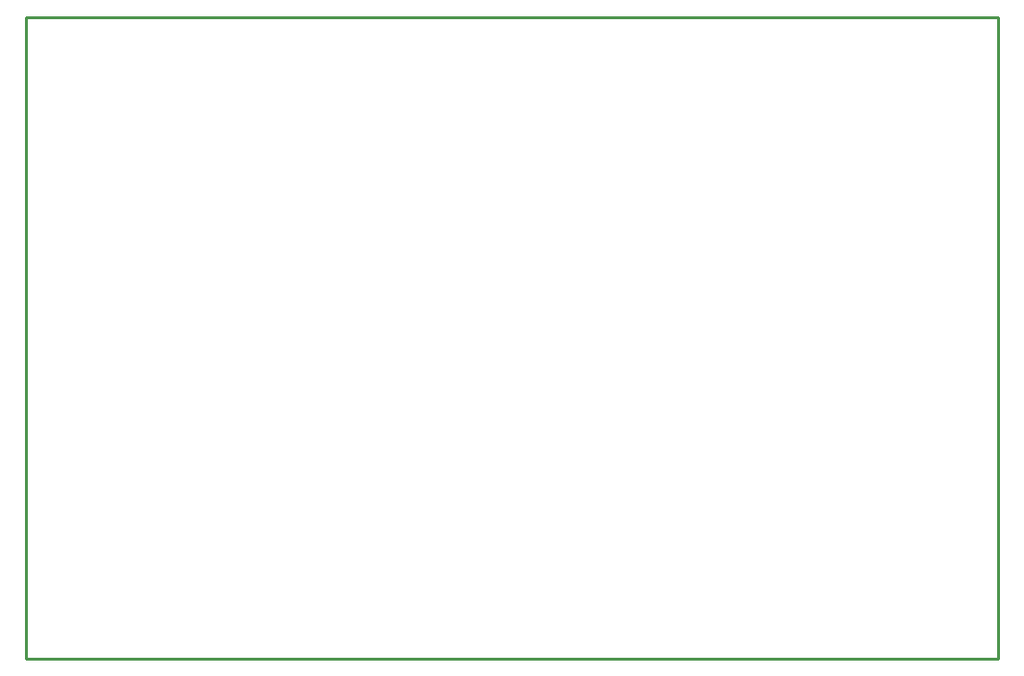
<source format=gbr>
G04 EAGLE Gerber RS-274X export*
G75*
%MOMM*%
%FSLAX34Y34*%
%LPD*%
%IN*%
%IPPOS*%
%AMOC8*
5,1,8,0,0,1.08239X$1,22.5*%
G01*
%ADD10C,0.254000*%


D10*
X-857250Y-533400D02*
X-200Y-533400D01*
X0Y31750D01*
X-857250Y31750D01*
X-857250Y-533400D01*
M02*

</source>
